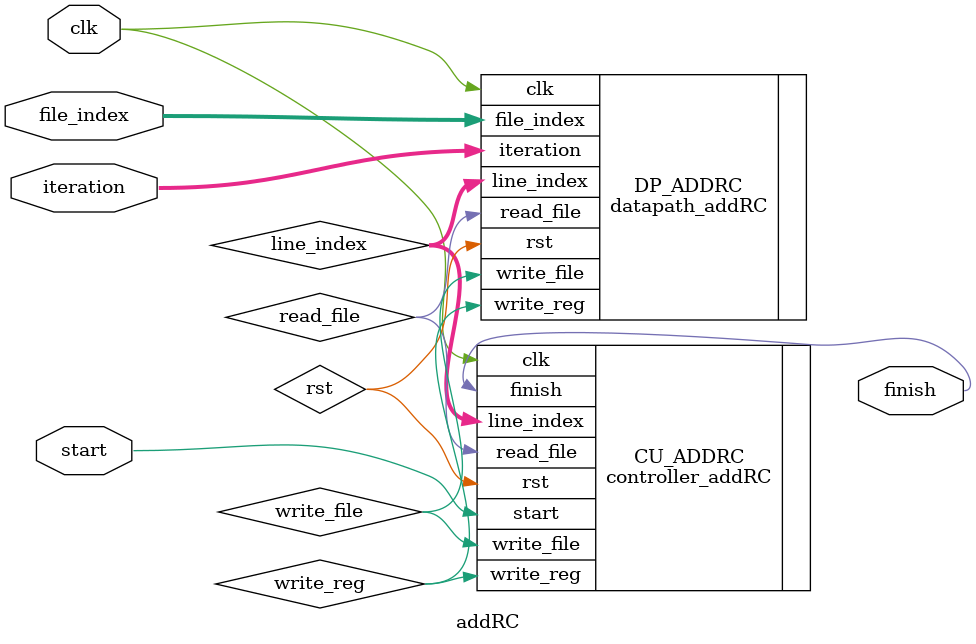
<source format=v>
`timescale 1ns/1ns
module addRC(clk, start, finish, file_index, iteration);

    input clk, start;
    input [9:0] file_index;
    input [4:0] iteration;

    output finish;

    wire rst, read_file, write_reg, write_file;
    wire [5:0] line_index;

    datapath_addRC DP_ADDRC (.clk(clk), .rst(rst), 
                            .read_file(read_file), .write_file(write_file), .write_reg(write_reg), 
                            .file_index(file_index), .line_index(line_index), 
                            .iteration(iteration));

    controller_addRC CU_ADDRC (.clk(clk), .rst(rst), 
                                .line_index(line_index), .start(start), 
                                .read_file(read_file), .write_reg(write_reg), 
                                .write_file(write_file), .finish(finish));

endmodule
</source>
